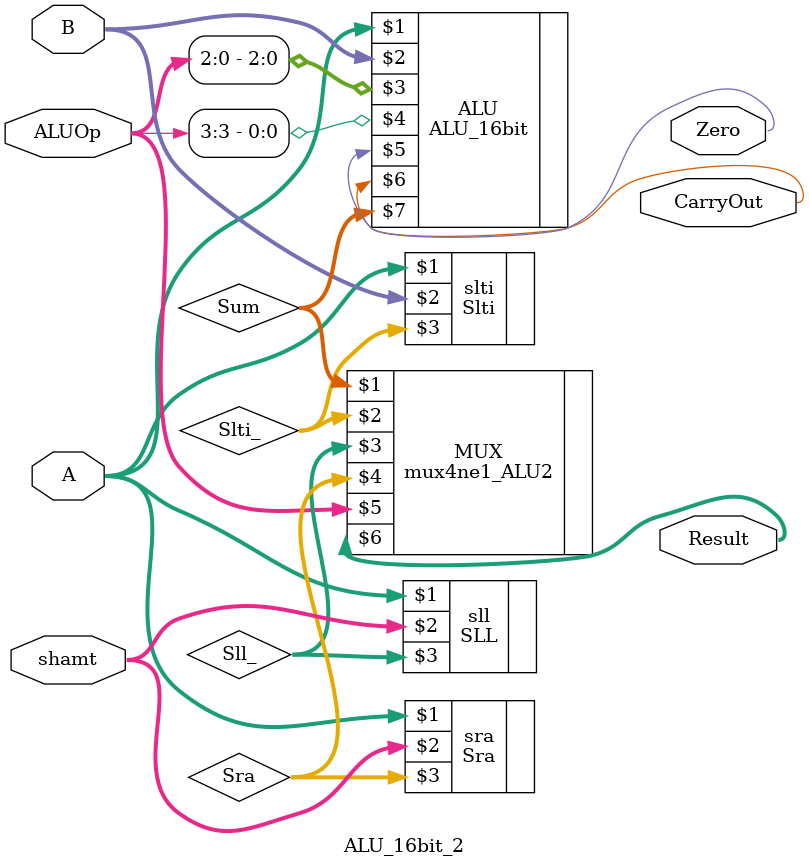
<source format=v>
`timescale 1ns / 1ps


module ALU_16bit_2(
    input [15:0] A,
    input [15:0] B,
    input [3:0] ALUOp,
    input [3:0] shamt,
    output Zero,
    output CarryOut,
    output [15:0] Result);
    
    wire [15:0]Slti_;
    wire [15:0]Sll_;
    wire[15:0] Sra;
     wire[15:0] Sum;

ALU_16bit ALU(A,B,ALUOp[2:0],ALUOp[3],Zero,CarryOut,Sum);
Slti slti(A,B,Slti_);
SLL sll(A,shamt,Sll_);
Sra sra(A,shamt,Sra);

mux4ne1_ALU2 MUX(Sum,Slti_,Sll_,Sra,ALUOp,Result);
endmodule

</source>
